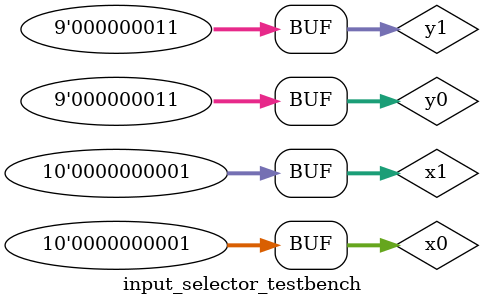
<source format=sv>
/*
	input_selector manages the algorithm reduction process,
	by using the 10-bit and 9-bit x0, x1, y0, y1 inputs and 'choosing' the correct 10-bit inputs to 
	coordinate_generator, start_h, end_h, start_v, end_v. input_selector also asserts whether the inputted
	line is steep.
*/

module input_selector (
		input logic [9:0] x0, x1, 
		input logic [8:0] y0, y1,
		output logic [9:0] start_h, end_h, start_v, end_v,
		output logic is_steep
		);
	logic [9:0] abs_x; 
	logic [8:0] abs_y;
	logic [9:0] temp_sh, temp_eh, temp_sv, temp_ev;
	
	// instances of abs to calculate the 'distance' between x values and y values.
	// The results, abs_x and abs_y will be used to determine whether the line is steep.
	abs #(10) x_distance (.val_1(x1), .val_2(x0), .out(abs_x));
	abs #(9) y_distance (.val_1(y1), .val_2(y0), .out(abs_y));
	
	// is_steep governs the first swap process, and is sent to coordinate_generator.
	assign is_steep = abs_y > abs_x;
	
	// This process is synonymous to the 'swap' operations described in the pseudo-code.
	always_comb begin
		if (is_steep) begin
			temp_sh = y0;
			temp_eh = y1;
			temp_sv = x0;
			temp_ev = x1;
		end
		else begin
			temp_sh = x0;
			temp_eh = x1;
			temp_sv = y0;
			temp_ev = y1;
		end
		if (temp_sh > temp_eh) begin
			start_h = temp_eh;
			end_h = temp_sh;
			start_v = temp_ev;
			end_v = temp_sv;
		end
		else begin
			start_h = temp_sh;
			end_h = temp_eh;
			start_v = temp_sv;
			end_v = temp_ev;
		end
	end // always
endmodule	


// This testbench was designed to assess each of the 9 possible cases outlined in Lab3.pdf.

module input_selector_testbench();
	logic [9:0] x0, x1;
	logic [8:0] y0, y1;
	logic [9:0] start_h, end_h, start_v, end_v;
	logic is_steep;
	
	input_selector dut (.x0, .x1, .y0, .y1, .start_h, .end_h, .start_v, .end_v, .is_steep);
	
	initial begin
		x0 = 10'd1; y0 = 9'd1; x1 = 10'd12; y1 = 9'd5; #50; // Case 1: Not steep, left to right.
		x0 = 10'd1; y0 = 9'd1; x1 = 10'd5; y1 = 9'd12; #50; // Case 2: Steep, left to right.
		x0 = 10'd12; y0 = 9'd5; x1 = 10'd1; y1 = 9'd1; #50; // Case 3: Not steep, right to left.
		x0 = 10'd5; y0 = 9'd12; x1 = 10'd1; y1 = 9'd1; #50; // Case 4: Steep, right to left.
		x0 = 10'd1; y0 = 9'd1; x1 = 10'd10; y1 = 9'd1; #50; // Case 5: Horizontal, left to right.
		x0 = 10'd10; y0 = 9'd1; x1 = 10'd1; y1 = 9'd1; #50; // Case 6: Horizontal, right to left.
		x0 = 10'd1; y0 = 9'd1; x1 = 10'd1; y1 = 9'd10; #50; // Case 7: Vertical, smaller to larger y.
		x0 = 10'd1; y0 = 9'd10; x1 = 10'd1; y1 = 9'd1; #50; // Case 8: Vertical, larger to smaller y.
		x0 = 10'd1; y0 = 9'd3; x1 = 10'd1; y1 = 9'd3;  #50; // Case 9: (x0, y0) = (x1, y1)
	end //initial
	
endmodule
		
		

</source>
